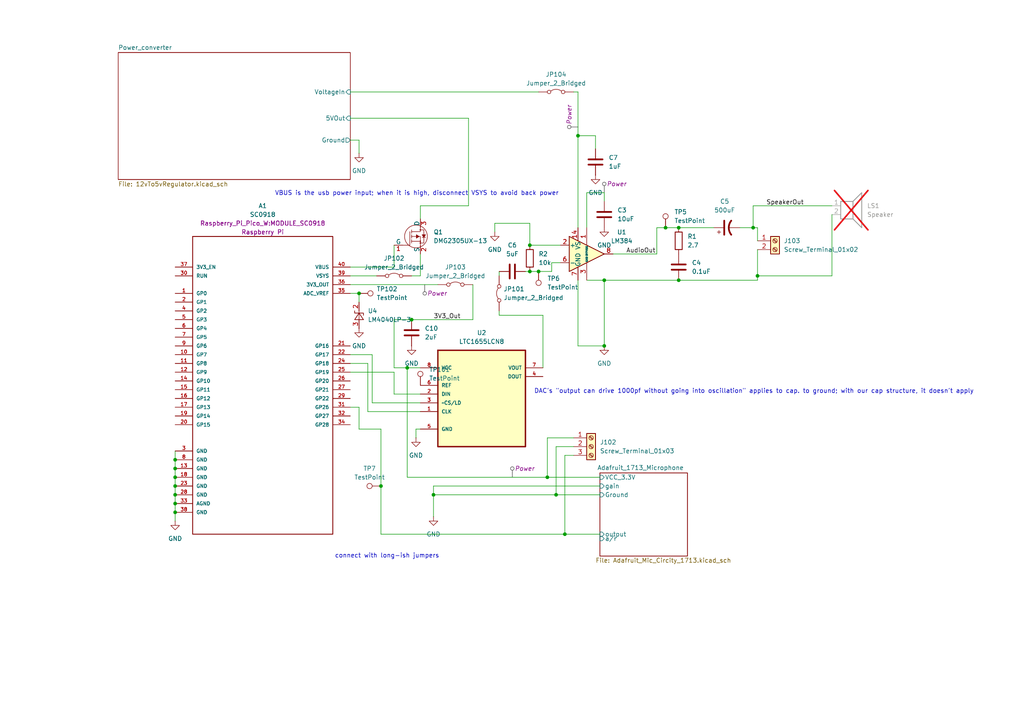
<source format=kicad_sch>
(kicad_sch (version 20231120) (generator "eeschema") (generator_version "8.0")
  (paper "A4")
  (lib_symbols
    (symbol "Amplifier_Audio:LM384" (pin_names (offset 0.127))
      (property "Reference" "U" (at 5.08 6.35 0))
      (property "Value" "LM384" (at 5.08 3.81 0))
      (symbol "LM384_0_1"
        (polyline (pts (xy -5.08 5.08) (xy 5.08 0) (xy -5.08 -5.08) (xy -5.08 5.08)) (stroke (width 0.254)) (fill (type background)))
      )
      (symbol "LM384_1_1"
        (pin passive line (at 0 7.62 270) (length 5.08) (name "BYPASS") (number "1"))
        (pin passive line (at 0 -7.62 90) (length 5.08) hide (name "GND") (number "10"))
        (pin passive line (at 0 -7.62 90) (length 5.08) hide (name "GND") (number "11"))
        (pin passive line (at 0 -7.62 90) (length 5.08) hide (name "GND") (number "12"))
        (pin no_connect line (at 0 2.54 270) (length 2.54) hide (name "NC") (number "13"))
        (pin power_in line (at -2.54 7.62 270) (length 3.81) (name "VS") (number "14"))
        (pin input line (at -7.62 2.54 0) (length 2.54) (name "+") (number "2"))
        (pin power_in line (at 0 -7.62 90) (length 5.08) (name "GND") (number "3"))
        (pin passive line (at 0 -7.62 90) (length 5.08) hide (name "GND") (number "4"))
        (pin passive line (at 0 -7.62 90) (length 5.08) hide (name "GND") (number "5"))
        (pin input line (at -7.62 -2.54 0) (length 2.54) (name "-") (number "6"))
        (pin power_in line (at -2.54 -7.62 90) (length 3.81) (name "GND") (number "7"))
        (pin output line (at 7.62 0 180) (length 2.54) (name "~") (number "8"))
        (pin no_connect line (at -2.54 2.54 270) (length 2.54) hide (name "NC") (number "9"))
      )
    )
    (symbol "Connector:Screw_Terminal_01x02" (pin_names (offset 1.016) hide)
      (property "Reference" "J" (at 0 2.54 0))
      (property "Value" "Screw_Terminal_01x02" (at 0 -5.08 0))
      (symbol "Screw_Terminal_01x02_1_1"
        (rectangle (start -1.27 1.27) (end 1.27 -3.81) (stroke (width 0.254)) (fill (type background)))
        (circle (center 0 -2.54) (radius 0.635) (stroke (width 0.1524)))
        (polyline (pts (xy -0.5334 -2.2098) (xy 0.3302 -3.048)) (stroke (width 0.1524)))
        (polyline (pts (xy -0.5334 0.3302) (xy 0.3302 -0.508)) (stroke (width 0.1524)))
        (polyline (pts (xy -0.3556 -2.032) (xy 0.508 -2.8702)) (stroke (width 0.1524)))
        (polyline (pts (xy -0.3556 0.508) (xy 0.508 -0.3302)) (stroke (width 0.1524)))
        (circle (center 0 0) (radius 0.635) (stroke (width 0.1524)))
        (pin passive line (at -5.08 0 0) (length 3.81) (name "Pin_1") (number "1"))
        (pin passive line (at -5.08 -2.54 0) (length 3.81) (name "Pin_2") (number "2"))
      )
    )
    (symbol "Connector:Screw_Terminal_01x03" (pin_names (offset 1.016) hide)
      (property "Reference" "J" (at 0 5.08 0))
      (property "Value" "Screw_Terminal_01x03" (at 0 -5.08 0))
      (symbol "Screw_Terminal_01x03_1_1"
        (rectangle (start -1.27 3.81) (end 1.27 -3.81) (stroke (width 0.254)) (fill (type background)))
        (circle (center 0 -2.54) (radius 0.635) (stroke (width 0.1524)))
        (polyline (pts (xy -0.5334 -2.2098) (xy 0.3302 -3.048)) (stroke (width 0.1524)))
        (polyline (pts (xy -0.5334 0.3302) (xy 0.3302 -0.508)) (stroke (width 0.1524)))
        (polyline (pts (xy -0.5334 2.8702) (xy 0.3302 2.032)) (stroke (width 0.1524)))
        (polyline (pts (xy -0.3556 -2.032) (xy 0.508 -2.8702)) (stroke (width 0.1524)))
        (polyline (pts (xy -0.3556 0.508) (xy 0.508 -0.3302)) (stroke (width 0.1524)))
        (polyline (pts (xy -0.3556 3.048) (xy 0.508 2.2098)) (stroke (width 0.1524)))
        (circle (center 0 0) (radius 0.635) (stroke (width 0.1524)))
        (circle (center 0 2.54) (radius 0.635) (stroke (width 0.1524)))
        (pin passive line (at -5.08 2.54 0) (length 3.81) (name "Pin_1") (number "1"))
        (pin passive line (at -5.08 0 0) (length 3.81) (name "Pin_2") (number "2"))
        (pin passive line (at -5.08 -2.54 0) (length 3.81) (name "Pin_3") (number "3"))
      )
    )
    (symbol "Connector:TestPoint" (pin_numbers hide) (pin_names (offset 0.762) hide)
      (property "Reference" "TP" (at 0 6.858 0))
      (property "Value" "TestPoint" (at 0 5.08 0))
      (symbol "TestPoint_0_1"
        (circle (center 0 3.302) (radius 0.762))
      )
      (symbol "TestPoint_1_1"
        (pin passive line (at 0 0 90) (length 2.54) (name "1") (number "1"))
      )
    )
    (symbol "Device:C" (pin_numbers hide) (pin_names (offset 0.254))
      (property "Reference" "C" (at 0.635 2.54 0))
      (property "Value" "C" (at 0.635 -2.54 0))
      (symbol "C_0_1"
        (polyline (pts (xy -2.032 -0.762) (xy 2.032 -0.762)) (stroke (width 0.508)))
        (polyline (pts (xy -2.032 0.762) (xy 2.032 0.762)) (stroke (width 0.508)))
      )
      (symbol "C_1_1"
        (pin passive line (at 0 3.81 270) (length 2.794) (name "~") (number "1"))
        (pin passive line (at 0 -3.81 90) (length 2.794) (name "~") (number "2"))
      )
    )
    (symbol "Device:C_Polarized_US" (pin_numbers hide) (pin_names (offset 0.254) hide)
      (property "Reference" "C" (at 0.635 2.54 0))
      (property "Value" "C_Polarized_US" (at 0.635 -2.54 0))
      (symbol "C_Polarized_US_0_1"
        (polyline (pts (xy -2.032 0.762) (xy 2.032 0.762)) (stroke (width 0.508)))
        (polyline (pts (xy -1.778 2.286) (xy -0.762 2.286)))
        (polyline (pts (xy -1.27 1.778) (xy -1.27 2.794)))
        (arc (start 2.032 -1.27) (mid 0 -0.5572) (end -2.032 -1.27) (stroke (width 0.508)))
      )
      (symbol "C_Polarized_US_1_1"
        (pin passive line (at 0 3.81 270) (length 2.794) (name "~") (number "1"))
        (pin passive line (at 0 -3.81 90) (length 3.302) (name "~") (number "2"))
      )
    )
    (symbol "Device:R" (pin_numbers hide) (pin_names (offset 0))
      (property "Reference" "R" (at 2.032 0 90))
      (property "Value" "R" (at 0 0 90))
      (symbol "R_0_1"
        (rectangle (start -1.016 -2.54) (end 1.016 2.54) (stroke (width 0.254)))
      )
      (symbol "R_1_1"
        (pin passive line (at 0 3.81 270) (length 1.27) (name "~") (number "1"))
        (pin passive line (at 0 -3.81 90) (length 1.27) (name "~") (number "2"))
      )
    )
    (symbol "Device:Speaker" (pin_names (offset 0) hide)
      (property "Reference" "LS" (at 1.27 5.715 0))
      (property "Value" "Speaker" (at 1.27 3.81 0))
      (symbol "Speaker_0_0"
        (rectangle (start -2.54 1.27) (end 1.016 -3.81) (stroke (width 0.254)))
        (polyline (pts (xy 1.016 1.27) (xy 3.556 3.81) (xy 3.556 -6.35) (xy 1.016 -3.81)) (stroke (width 0.254)))
      )
      (symbol "Speaker_1_1"
        (pin input line (at -5.08 0 0) (length 2.54) (name "1") (number "1"))
        (pin input line (at -5.08 -2.54 0) (length 2.54) (name "2") (number "2"))
      )
    )
    (symbol "Jumper:Jumper_2_Bridged" (pin_numbers hide) (pin_names (offset 0) hide) (exclude_from_sim yes)
      (property "Reference" "JP" (at 0 1.905 0))
      (property "Value" "Jumper_2_Bridged" (at 0 -2.54 0))
      (symbol "Jumper_2_Bridged_0_0"
        (circle (center -2.032 0) (radius 0.508))
        (circle (center 2.032 0) (radius 0.508))
      )
      (symbol "Jumper_2_Bridged_0_1"
        (arc (start 1.524 0.254) (mid 0 0.762) (end -1.524 0.254))
      )
      (symbol "Jumper_2_Bridged_1_1"
        (pin passive line (at -5.08 0 0) (length 2.54) (name "A") (number "1"))
        (pin passive line (at 5.08 0 180) (length 2.54) (name "B") (number "2"))
      )
    )
    (symbol "LTC1655CS8_TRPBF:LTC1655CS8_TRPBF" (pin_names (offset 1.016))
      (property "Reference" "U" (at -4.5301 13.1067 0))
      (property "Value" "LTC1655CS8_TRPBF" (at -5.4632 -22.2849 0))
      (symbol "LTC1655CS8_TRPBF_0_0"
        (rectangle (start -12.7 -17.78) (end 12.7 10.16) (stroke (width 0.4064)) (fill (type background)))
        (pin input line (at -17.78 -7.62 0) (length 5.08) (name "CLK") (number "1"))
        (pin input line (at -17.78 -2.54 0) (length 5.08) (name "DIN") (number "2"))
        (pin input line (at -17.78 -5.08 0) (length 5.08) (name "~CS/LD") (number "3"))
        (pin output line (at 17.78 2.54 180) (length 5.08) (name "DOUT") (number "4"))
        (pin passive line (at -17.78 -12.7 0) (length 5.08) (name "GND") (number "5"))
        (pin input line (at -17.78 0 0) (length 5.08) (name "REF") (number "6"))
        (pin output line (at 17.78 5.08 180) (length 5.08) (name "VOUT") (number "7"))
        (pin power_in line (at -17.78 5.08 0) (length 5.08) (name "VCC") (number "8"))
      )
    )
    (symbol "Reference_Voltage:LM4040LP-3" (pin_names (offset 0.0254) hide)
      (property "Reference" "U" (at 0 2.54 0))
      (property "Value" "LM4040LP-3" (at 0 -3.175 0))
      (symbol "LM4040LP-3_0_1"
        (polyline (pts (xy -1.27 0) (xy 0 0) (xy 1.27 0)))
        (polyline (pts (xy -1.27 -1.27) (xy 0.635 0) (xy -1.27 1.27) (xy -1.27 -1.27)) (stroke (width 0.2032)))
        (polyline (pts (xy 0 -1.27) (xy 0.635 -1.27) (xy 0.635 1.27) (xy 1.27 1.27)) (stroke (width 0.2032)))
      )
      (symbol "LM4040LP-3_1_1"
        (pin no_connect line (at -1.27 0 0) (length 2.54) hide (name "NC") (number "1"))
        (pin passive line (at 3.81 0 180) (length 2.54) (name "K") (number "2"))
        (pin passive line (at -3.81 0 0) (length 2.54) (name "A") (number "3"))
      )
    )
    (symbol "power:GND" (power) (pin_numbers hide) (pin_names (offset 0) hide)
      (property "Value" "GND" (at 0 -3.81 0))
      (symbol "GND_0_1"
        (polyline (pts (xy 0 0) (xy 0 -1.27) (xy 1.27 -1.27) (xy 0 -2.54) (xy -1.27 -1.27) (xy 0 -1.27)))
      )
      (symbol "GND_1_1"
        (pin power_in line (at 0 0 270) (length 0) (name "~") (number "1"))
      )
    )
    (symbol "raspberry_pi_pico_w:DMG2305UX-13" (pin_names (offset 0))
      (property "Reference" "Q1" (at -11.43 6.35 90))
      (property "Value" "DMG2305UX-13" (at -8.89 6.35 90))
      (symbol "DMG2305UX-13_0_1"
        (circle (center -1.27 0) (radius 3.302))
        (circle (center 0 -1.905) (radius 0.127))
        (circle (center 0 -1.397) (radius 0.127))
        (polyline (pts (xy 0 -1.397) (xy -2.54 -1.397)))
        (polyline (pts (xy -5.08 -2.54) (xy -3.048 -2.54) (xy -3.048 1.397)))
        (polyline (pts (xy 0 -2.54) (xy 0 0) (xy -2.54 0)))
        (polyline (pts (xy 0 2.54) (xy 0 1.397) (xy -2.54 1.397)))
        (polyline (pts (xy -0.127 -1.905) (xy 1.016 -1.905) (xy 1.016 1.397) (xy 1.016 1.905) (xy -0.127 1.905)))
        (circle (center 0 1.905) (radius 0.127))
      )
      (symbol "DMG2305UX-13_1_1"
        (polyline (pts (xy -2.54 -1.397) (xy -2.54 -1.905)))
        (polyline (pts (xy -2.54 -1.397) (xy -2.54 -0.889)))
        (polyline (pts (xy -2.54 0) (xy -2.54 -0.508)))
        (polyline (pts (xy -2.54 0) (xy -2.54 0.508)))
        (polyline (pts (xy -2.54 1.905) (xy -2.54 0.889)))
        (polyline (pts (xy 1.524 -0.254) (xy 0.508 -0.254)))
        (polyline (pts (xy -0.381 0) (xy -1.143 0.508) (xy -1.143 -0.508) (xy -0.381 0)) (fill (type outline)))
        (polyline (pts (xy 1.016 -0.254) (xy 1.524 0.508) (xy 0.508 0.508) (xy 1.016 -0.254)) (fill (type outline)))
        (pin bidirectional line (at -7.62 -2.54 0) (length 2.54) (name "G") (number "1"))
        (pin bidirectional line (at 0 -5.08 90) (length 2.54) (name "S") (number "2"))
        (pin bidirectional line (at 0 5.08 270) (length 2.54) (name "D") (number "3"))
      )
    )
    (symbol "raspberry_pi_pico_w:SC0918" (pin_names (offset 1.016))
      (property "Reference" "A1" (at 0 58.42 0))
      (property "Value" "SC0918" (at 0 55.88 0))
      (property "Footprint" "Raspberry Pi:MODULE_SC0918" (at -12.7 -46.99 0))
      (property "manufacturer" "Raspberry Pi" (at 0 53.34 0))
      (symbol "SC0918_0_0"
        (rectangle (start -20.32 -43.18) (end 20.32 43.18) (stroke (width 0.254)))
        (pin bidirectional line (at -25.4 26.67 0) (length 5.08) (name "GP0") (number "1"))
        (pin bidirectional line (at -25.4 8.89 0) (length 5.08) (name "GP7") (number "10"))
        (pin bidirectional line (at -25.4 6.35 0) (length 5.08) (name "GP8") (number "11"))
        (pin bidirectional line (at -25.4 3.81 0) (length 5.08) (name "GP9") (number "12"))
        (pin power_in line (at -25.4 -24.13 0) (length 5.08) (name "GND") (number "13"))
        (pin bidirectional line (at -25.4 1.27 0) (length 5.08) (name "GP10") (number "14"))
        (pin bidirectional line (at -25.4 -1.27 0) (length 5.08) (name "GP11") (number "15"))
        (pin bidirectional line (at -25.4 -3.81 0) (length 5.08) (name "GP12") (number "16"))
        (pin bidirectional line (at -25.4 -6.35 0) (length 5.08) (name "GP13") (number "17"))
        (pin power_in line (at -25.4 -26.67 0) (length 5.08) (name "GND") (number "18"))
        (pin bidirectional line (at -25.4 -8.89 0) (length 5.08) (name "GP14") (number "19"))
        (pin bidirectional line (at -25.4 24.13 0) (length 5.08) (name "GP1") (number "2"))
        (pin bidirectional line (at -25.4 -11.43 0) (length 5.08) (name "GP15") (number "20"))
        (pin bidirectional line (at 25.4 11.43 180) (length 5.08) (name "GP16") (number "21"))
        (pin bidirectional line (at 25.4 8.89 180) (length 5.08) (name "GP17") (number "22"))
        (pin power_in line (at -25.4 -29.21 0) (length 5.08) (name "GND") (number "23"))
        (pin bidirectional line (at 25.4 6.35 180) (length 5.08) (name "GP18") (number "24"))
        (pin bidirectional line (at 25.4 3.81 180) (length 5.08) (name "GP19") (number "25"))
        (pin bidirectional line (at 25.4 1.27 180) (length 5.08) (name "GP20") (number "26"))
        (pin bidirectional line (at 25.4 -1.27 180) (length 5.08) (name "GP21") (number "27"))
        (pin power_in line (at -25.4 -31.75 0) (length 5.08) (name "GND") (number "28"))
        (pin bidirectional line (at 25.4 -3.81 180) (length 5.08) (name "GP22") (number "29"))
        (pin power_in line (at -25.4 -19.05 0) (length 5.08) (name "GND") (number "3"))
        (pin input line (at -25.4 31.75 0) (length 5.08) (name "RUN") (number "30"))
        (pin bidirectional line (at 25.4 -6.35 180) (length 5.08) (name "GP26") (number "31"))
        (pin bidirectional line (at 25.4 -8.89 180) (length 5.08) (name "GP27") (number "32"))
        (pin power_in line (at -25.4 -34.29 0) (length 5.08) (name "AGND") (number "33"))
        (pin bidirectional line (at 25.4 -11.43 180) (length 5.08) (name "GP28") (number "34"))
        (pin power_in line (at 25.4 26.67 180) (length 5.08) (name "ADC_VREF") (number "35"))
        (pin power_in line (at 25.4 29.21 180) (length 5.08) (name "3V3_OUT") (number "36"))
        (pin input line (at -25.4 34.29 0) (length 5.08) (name "3V3_EN") (number "37"))
        (pin power_in line (at -25.4 -36.83 0) (length 5.08) (name "GND") (number "38"))
        (pin free line (at 25.4 31.75 180) (length 5.08) (name "VSYS") (number "39"))
        (pin bidirectional line (at -25.4 21.59 0) (length 5.08) (name "GP2") (number "4"))
        (pin free line (at 25.4 34.29 180) (length 5.08) (name "VBUS") (number "40"))
        (pin bidirectional line (at -25.4 19.05 0) (length 5.08) (name "GP3") (number "5"))
        (pin bidirectional line (at -25.4 16.51 0) (length 5.08) (name "GP4") (number "6"))
        (pin bidirectional line (at -25.4 13.97 0) (length 5.08) (name "GP5") (number "7"))
        (pin power_in line (at -25.4 -21.59 0) (length 5.08) (name "GND") (number "8"))
        (pin bidirectional line (at -25.4 11.43 0) (length 5.08) (name "GP6") (number "9"))
      )
    )
  )
  (junction (at 110.49 140.97))
  (junction (at 196.85 66.04))
  (junction (at 50.8 135.89))
  (junction (at 156.21 78.74))
  (junction (at 50.8 143.51))
  (junction (at 161.29 143.51))
  (junction (at 104.14 85.09))
  (junction (at 163.83 154.94))
  (junction (at 50.8 146.05))
  (junction (at 167.64 39.37))
  (junction (at 118.11 106.68))
  (junction (at 175.26 81.28))
  (junction (at 125.73 143.51))
  (junction (at 193.04 66.04))
  (junction (at 218.44 66.04))
  (junction (at 175.26 100.33))
  (junction (at 153.67 71.12))
  (junction (at 50.8 138.43))
  (junction (at 50.8 133.35))
  (junction (at 153.67 78.74))
  (junction (at 196.85 81.28))
  (junction (at 119.38 92.71))
  (junction (at 50.8 148.59))
  (junction (at 158.75 138.43))
  (junction (at 219.71 80.01))
  (junction (at 50.8 140.97))
  (wire (pts (xy 143.51 64.77) (xy 143.51 67.31)))
  (wire (pts (xy 218.44 66.04) (xy 219.71 66.04)))
  (wire (pts (xy 125.73 143.51) (xy 161.29 143.51)))
  (wire (pts (xy 121.92 124.46) (xy 120.65 124.46)))
  (wire (pts (xy 107.95 116.84) (xy 121.92 116.84)))
  (wire (pts (xy 190.5 73.66) (xy 190.5 66.04)))
  (wire (pts (xy 104.14 85.09) (xy 101.6 85.09)))
  (wire (pts (xy 162.56 76.2) (xy 160.02 76.2)))
  (wire (pts (xy 121.92 59.69) (xy 121.92 63.5)))
  (wire (pts (xy 160.02 76.2) (xy 160.02 78.74)))
  (wire (pts (xy 135.89 34.29) (xy 135.89 59.69)))
  (wire (pts (xy 104.14 118.11) (xy 101.6 118.11)))
  (wire (pts (xy 101.6 105.41) (xy 106.68 105.41)))
  (wire (pts (xy 137.16 82.55) (xy 137.16 92.71)))
  (wire (pts (xy 153.67 78.74) (xy 156.21 78.74)))
  (wire (pts (xy 170.18 81.28) (xy 175.26 81.28)))
  (wire (pts (xy 114.3 92.71) (xy 114.3 106.68)))
  (wire (pts (xy 118.11 106.68) (xy 118.11 138.43)))
  (wire (pts (xy 50.8 135.89) (xy 50.8 138.43)))
  (wire (pts (xy 110.49 124.46) (xy 104.14 124.46)))
  (wire (pts (xy 109.22 80.01) (xy 101.6 80.01)))
  (wire (pts (xy 167.64 39.37) (xy 172.72 39.37)))
  (wire (pts (xy 161.29 143.51) (xy 173.99 143.51)))
  (wire (pts (xy 114.3 107.95) (xy 114.3 114.3)))
  (wire (pts (xy 166.37 129.54) (xy 161.29 129.54)))
  (wire (pts (xy 144.78 90.17) (xy 144.78 91.44)))
  (wire (pts (xy 50.8 130.81) (xy 50.8 133.35)))
  (wire (pts (xy 193.04 66.04) (xy 196.85 66.04)))
  (wire (pts (xy 166.37 26.67) (xy 167.64 26.67)))
  (wire (pts (xy 177.8 73.66) (xy 190.5 73.66)))
  (wire (pts (xy 163.83 132.08) (xy 163.83 154.94)))
  (wire (pts (xy 110.49 140.97) (xy 110.49 124.46)))
  (wire (pts (xy 219.71 66.04) (xy 219.71 69.85)))
  (wire (pts (xy 214.63 66.04) (xy 218.44 66.04)))
  (wire (pts (xy 167.64 39.37) (xy 167.64 66.04)))
  (wire (pts (xy 50.8 138.43) (xy 50.8 140.97)))
  (wire (pts (xy 153.67 71.12) (xy 162.56 71.12)))
  (wire (pts (xy 158.75 138.43) (xy 173.99 138.43)))
  (wire (pts (xy 110.49 154.94) (xy 110.49 140.97)))
  (wire (pts (xy 218.44 59.69) (xy 218.44 66.04)))
  (wire (pts (xy 50.8 148.59) (xy 50.8 151.13)))
  (wire (pts (xy 101.6 77.47) (xy 114.3 77.47)))
  (wire (pts (xy 110.49 154.94) (xy 163.83 154.94)))
  (wire (pts (xy 153.67 78.74) (xy 152.4 78.74)))
  (wire (pts (xy 104.14 87.63) (xy 104.14 85.09)))
  (wire (pts (xy 170.18 55.88) (xy 175.26 55.88)))
  (wire (pts (xy 137.16 92.71) (xy 119.38 92.71)))
  (wire (pts (xy 196.85 66.04) (xy 207.01 66.04)))
  (wire (pts (xy 241.3 59.69) (xy 218.44 59.69)))
  (wire (pts (xy 50.8 146.05) (xy 50.8 148.59)))
  (wire (pts (xy 166.37 127) (xy 158.75 127)))
  (wire (pts (xy 190.5 66.04) (xy 193.04 66.04)))
  (wire (pts (xy 163.83 154.94) (xy 173.99 154.94)))
  (wire (pts (xy 143.51 64.77) (xy 153.67 64.77)))
  (wire (pts (xy 118.11 138.43) (xy 158.75 138.43)))
  (wire (pts (xy 170.18 66.04) (xy 170.18 55.88)))
  (wire (pts (xy 161.29 129.54) (xy 161.29 143.51)))
  (wire (pts (xy 114.3 77.47) (xy 114.3 71.12)))
  (wire (pts (xy 144.78 91.44) (xy 157.48 91.44)))
  (wire (pts (xy 121.92 73.66) (xy 121.92 80.01)))
  (wire (pts (xy 167.64 26.67) (xy 167.64 39.37)))
  (wire (pts (xy 158.75 127) (xy 158.75 138.43)))
  (wire (pts (xy 114.3 92.71) (xy 119.38 92.71)))
  (wire (pts (xy 241.3 62.23) (xy 241.3 80.01)))
  (wire (pts (xy 125.73 140.97) (xy 125.73 143.51)))
  (wire (pts (xy 118.11 106.68) (xy 121.92 106.68)))
  (wire (pts (xy 101.6 82.55) (xy 127 82.55)))
  (wire (pts (xy 166.37 132.08) (xy 163.83 132.08)))
  (wire (pts (xy 50.8 133.35) (xy 50.8 135.89)))
  (wire (pts (xy 219.71 72.39) (xy 219.71 80.01)))
  (wire (pts (xy 101.6 102.87) (xy 107.95 102.87)))
  (wire (pts (xy 107.95 102.87) (xy 107.95 116.84)))
  (wire (pts (xy 172.72 43.18) (xy 172.72 39.37)))
  (wire (pts (xy 101.6 107.95) (xy 114.3 107.95)))
  (wire (pts (xy 144.78 78.74) (xy 144.78 80.01)))
  (wire (pts (xy 114.3 114.3) (xy 121.92 114.3)))
  (wire (pts (xy 104.14 40.64) (xy 101.6 40.64)))
  (wire (pts (xy 219.71 81.28) (xy 196.85 81.28)))
  (wire (pts (xy 167.64 81.28) (xy 167.64 100.33)))
  (wire (pts (xy 175.26 55.88) (xy 175.26 58.42)))
  (wire (pts (xy 156.21 78.74) (xy 160.02 78.74)))
  (wire (pts (xy 101.6 34.29) (xy 135.89 34.29)))
  (wire (pts (xy 175.26 81.28) (xy 196.85 81.28)))
  (wire (pts (xy 157.48 91.44) (xy 157.48 106.68)))
  (wire (pts (xy 50.8 140.97) (xy 50.8 143.51)))
  (wire (pts (xy 114.3 106.68) (xy 118.11 106.68)))
  (wire (pts (xy 121.92 119.38) (xy 106.68 119.38)))
  (wire (pts (xy 106.68 119.38) (xy 106.68 105.41)))
  (wire (pts (xy 241.3 80.01) (xy 219.71 80.01)))
  (wire (pts (xy 135.89 59.69) (xy 121.92 59.69)))
  (wire (pts (xy 101.6 26.67) (xy 156.21 26.67)))
  (wire (pts (xy 153.67 64.77) (xy 153.67 71.12)))
  (wire (pts (xy 50.8 143.51) (xy 50.8 146.05)))
  (wire (pts (xy 173.99 140.97) (xy 125.73 140.97)))
  (wire (pts (xy 104.14 40.64) (xy 104.14 44.45)))
  (wire (pts (xy 167.64 100.33) (xy 175.26 100.33)))
  (wire (pts (xy 175.26 81.28) (xy 175.26 100.33)))
  (wire (pts (xy 104.14 118.11) (xy 104.14 124.46)))
  (wire (pts (xy 125.73 143.51) (xy 125.73 149.86)))
  (wire (pts (xy 121.92 80.01) (xy 119.38 80.01)))
  (wire (pts (xy 219.71 80.01) (xy 219.71 81.28)))
  (wire (pts (xy 120.65 124.46) (xy 120.65 127)))
  (text "DAC's \"output can drive 1000pf without going into oscillation\" applies to cap. to ground; with our cap structure, it doesn't apply" (at 218.694 113.538 0) (effects (font (size 1.27 1.27))))
  (text "connect with long-ish jumpers" (at 112.268 161.29 0) (effects (font (size 1.27 1.27))))
  (text "VBUS is the usb power input; when it is high, disconnect VSYS to avoid back power" (at 120.904 56.134 0) (effects (font (size 1.27 1.27))))
  (label "SpeakerOut" (at 222.25 59.69 0))
  (label "AudioOut" (at 181.61 73.66 0))
  (label "3V3_Out" (at 125.73 92.71 0))
  (netclass_flag "" (length 2.54) (shape round) (at 175.26 55.88 0) (property "Netclass" "Power" (at 175.9585 53.34 0) (effects (font (italic yes)) (justify left))))
  (netclass_flag "" (length 2.54) (shape round) (at 148.59 138.43 0) (property "Netclass" "Power" (at 149.2885 135.89 0) (effects (font (italic yes)) (justify left))))
  (netclass_flag "" (length 2.54) (shape round) (at 167.64 36.83 90) (property "Netclass" "Power" (at 165.1 36.1315 90) (effects (font (italic yes)) (justify left))))
  (netclass_flag "" (length 2.54) (shape round) (at 123.19 82.55 180) (property "Netclass" "Power" (at 123.8885 85.09 0) (effects (font (italic yes)) (justify left))))
  (symbol (lib_id "LTC1655CS8_TRPBF:LTC1655CS8_TRPBF") (at 139.7 111.76 0) (unit 1)
    (property "Reference" "U2" (at 139.7 96.52 0))
    (property "Value" "LTC1655LCN8" (at 139.7 99.06 0))
    (property "Footprint" "Package_DIP:DIP-8_W7.62mm" (effects (hide yes)))
  )
  (symbol (lib_id "Connector:TestPoint") (at 121.92 111.76 0) (unit 1)
    (property "Reference" "TP101" (at 124.46 107.1879 0) (effects (justify left)))
    (property "Value" "TestPoint" (at 124.46 109.7279 0) (effects (justify left)))
    (property "Footprint" "TestPoint:TestPoint_THTPad_D2.5mm_Drill1.2mm" (effects (hide yes)))
    (property "Description" "test point" (effects (hide yes)))
  )
  (symbol (lib_id "power:GND") (at 125.73 149.86 0) (unit 1)
    (property "Reference" "#PWR09" (effects (hide yes)))
    (property "Value" "GND" (at 125.73 154.94 0))
    (property "Description" "Power symbol creates a global label with name \"GND\" , ground" (effects (hide yes)))
  )
  (symbol (lib_id "Amplifier_Audio:LM384") (at 170.18 73.66 0) (unit 1)
    (property "Reference" "U1" (at 180.34 67.3414 0))
    (property "Value" "LM384" (at 180.34 69.8814 0))
    (property "Footprint" "Package_DIP:DIP-14_W7.62mm_Socket" (effects (hide yes)))
    (property "Datasheet" "http://www.ti.com/lit/ds/symlink/lm384.pdf" (effects (hide yes)))
    (property "Description" "5W Audio Power Amplifier, PDIP-14" (effects (hide yes)))
  )
  (symbol (lib_id "power:GND") (at 50.8 151.13 0) (unit 1)
    (property "Reference" "#PWR0101" (effects (hide yes)))
    (property "Value" "GND" (at 50.8 156.21 0))
    (property "Description" "Power symbol creates a global label with name \"GND\" , ground" (effects (hide yes)))
  )
  (symbol (lib_id "power:GND") (at 119.38 100.33 0) (unit 1)
    (property "Reference" "#PWR010" (effects (hide yes)))
    (property "Value" "GND" (at 119.38 105.41 0))
    (property "Description" "Power symbol creates a global label with name \"GND\" , ground" (effects (hide yes)))
  )
  (symbol (lib_id "Connector:TestPoint") (at 104.14 85.09 270) (unit 1)
    (property "Reference" "TP102" (at 109.22 83.8199 90) (effects (justify left)))
    (property "Value" "TestPoint" (at 109.22 86.3599 90) (effects (justify left)))
    (property "Footprint" "TestPoint:TestPoint_THTPad_D2.5mm_Drill1.2mm" (effects (hide yes)))
    (property "Description" "test point" (effects (hide yes)))
  )
  (symbol (lib_id "Connector:TestPoint") (at 193.04 66.04 0) (unit 1)
    (property "Reference" "TP5" (at 195.58 61.4679 0) (effects (justify left)))
    (property "Value" "TestPoint" (at 195.58 64.0079 0) (effects (justify left)))
    (property "Footprint" "TestPoint:TestPoint_THTPad_D2.5mm_Drill1.2mm" (effects (hide yes)))
    (property "Description" "test point" (effects (hide yes)))
  )
  (symbol (lib_id "Device:C_Polarized_US") (at 210.82 66.04 90) (unit 1)
    (property "Reference" "C5" (at 210.185 58.42 90))
    (property "Value" "500uF" (at 210.185 60.96 90))
    (property "Footprint" "Capacitor_THT:CP_Radial_D12.5mm_P5.00mm" (effects (hide yes)))
    (property "Description" "Polarized capacitor, US symbol" (effects (hide yes)))
  )
  (symbol (lib_id "Device:C") (at 172.72 46.99 0) (unit 1)
    (property "Reference" "C7" (at 176.53 45.7199 0) (effects (justify left)))
    (property "Value" "1uF" (at 176.53 48.2599 0) (effects (justify left)))
    (property "Footprint" "Capacitor_THT:C_Disc_D7.5mm_W4.4mm_P5.00mm" (effects (hide yes)))
    (property "Description" "Unpolarized capacitor" (effects (hide yes)))
  )
  (symbol (lib_id "Reference_Voltage:LM4040LP-3") (at 104.14 91.44 90) (unit 1)
    (property "Reference" "U4" (at 106.68 90.1699 90) (effects (justify right)))
    (property "Value" "LM4040LP-3" (at 106.68 92.7099 90) (effects (justify right)))
    (property "Footprint" "Package_TO_SOT_THT:TO-92_Inline" (effects (hide yes)))
    (property "Datasheet" "http://www.ti.com/lit/ds/symlink/lm4040-n.pdf" (effects (hide yes)))
    (property "Description" "3.000V Precision Micropower Shunt Voltage Reference, TO-92" (effects (hide yes)))
  )
  (symbol (lib_id "power:GND") (at 104.14 44.45 0) (unit 1)
    (property "Reference" "#PWR02" (effects (hide yes)))
    (property "Value" "GND" (at 104.14 49.53 0))
    (property "Description" "Power symbol creates a global label with name \"GND\" , ground" (effects (hide yes)))
  )
  (symbol (lib_id "Connector:TestPoint") (at 156.21 78.74 180) (unit 1)
    (property "Reference" "TP6" (at 158.75 80.7719 0) (effects (justify right)))
    (property "Value" "TestPoint" (at 158.75 83.3119 0) (effects (justify right)))
    (property "Footprint" "TestPoint:TestPoint_THTPad_D2.5mm_Drill1.2mm" (effects (hide yes)))
    (property "Description" "test point" (effects (hide yes)))
  )
  (symbol (lib_id "power:GND") (at 172.72 50.8 0) (unit 1)
    (property "Reference" "#PWR07" (effects (hide yes)))
    (property "Value" "GND" (at 172.72 55.88 0))
    (property "Description" "Power symbol creates a global label with name \"GND\" , ground" (effects (hide yes)))
  )
  (symbol (lib_id "Connector:Screw_Terminal_01x03") (at 171.45 129.54 0) (unit 1)
    (property "Reference" "J102" (at 173.99 128.2699 0) (effects (justify left)))
    (property "Value" "Screw_Terminal_01x03" (at 173.99 130.8099 0) (effects (justify left)))
    (property "Footprint" "TerminalBlock_Phoenix:TerminalBlock_Phoenix_PT-1,5-3-3.5-H_1x03_P3.50mm_Horizontal" (effects (hide yes)))
    (property "Description" "Generic screw terminal, single row, 01x03, script generated (kicad-library-utils/schlib/autogen/connector/)" (effects (hide yes)))
  )
  (symbol (lib_id "Device:C") (at 175.26 62.23 0) (unit 1)
    (property "Reference" "C3" (at 179.07 60.9599 0) (effects (justify left)))
    (property "Value" "10uF" (at 179.07 63.4999 0) (effects (justify left)))
    (property "Footprint" "Capacitor_THT:C_Disc_D7.5mm_W4.4mm_P5.00mm" (effects (hide yes)))
    (property "Description" "Unpolarized capacitor" (effects (hide yes)))
  )
  (symbol (lib_id "Device:R") (at 196.85 69.85 0) (unit 1)
    (property "Reference" "R1" (at 199.39 68.5799 0) (effects (justify left)))
    (property "Value" "2.7" (at 199.39 71.1199 0) (effects (justify left)))
    (property "Footprint" "Resistor_THT:R_Axial_DIN0207_L6.3mm_D2.5mm_P15.24mm_Horizontal" (effects (hide yes)))
    (property "Description" "Resistor" (effects (hide yes)))
  )
  (symbol (lib_id "Jumper:Jumper_2_Bridged") (at 132.08 82.55 0) (unit 1) (exclude_from_sim yes)
    (property "Reference" "JP103" (at 132.08 77.47 0))
    (property "Value" "Jumper_2_Bridged" (at 132.08 80.01 0))
    (property "Footprint" "TestPoint:TestPoint_2Pads_Pitch2.54mm_Drill0.8mm" (effects (hide yes)))
    (property "Description" "Jumper, 2-pole, closed/bridged" (effects (hide yes)))
  )
  (symbol (lib_id "raspberry_pi_pico_w:DMG2305UX-13") (at 121.92 68.58 0) (unit 1)
    (property "Reference" "Q1" (at 125.73 67.3099 0) (effects (justify left)))
    (property "Value" "DMG2305UX-13" (at 125.73 69.8499 0) (effects (justify left)))
    (property "Footprint" "Package_TO_SOT_SMD:SOT-23-3" (effects (hide yes)))
    (property "Datasheet" "https://www.diodes.com/assets/Datasheets/DMG2305UX.pdf" (effects (hide yes)))
    (property "Description" "MOSFET P-CH 20V 4.2A SOT23" (effects (hide yes)))
    (property "Digi-Key_PN" "DMG2305UX-13DICT-ND" (effects (hide yes)))
    (property "MPN" "DMG2305UX-13" (effects (hide yes)))
    (property "Category" "Discrete Semiconductor Products" (effects (hide yes)))
    (property "Family" "Transistors - FETs, MOSFETs - Single" (effects (hide yes)))
    (property "DK_Datasheet_Link" "https://www.diodes.com/assets/Datasheets/DMG2305UX.pdf" (effects (hide yes)))
    (property "DK_Detail_Page" "/product-detail/en/diodes-incorporated/DMG2305UX-13/DMG2305UX-13DICT-ND/4251589" (effects (hide yes)))
    (property "Description_1" "MOSFET P-CH 20V 4.2A SOT23" (effects (hide yes)))
    (property "Manufacturer" "Diodes Incorporated" (effects (hide yes)))
    (property "Status" "Active" (effects (hide yes)))
  )
  (symbol (lib_id "Jumper:Jumper_2_Bridged") (at 114.3 80.01 0) (unit 1) (exclude_from_sim yes)
    (property "Reference" "JP102" (at 114.3 74.93 0))
    (property "Value" "Jumper_2_Bridged" (at 114.3 77.47 0))
    (property "Footprint" "TestPoint:TestPoint_2Pads_Pitch2.54mm_Drill0.8mm" (effects (hide yes)))
    (property "Description" "Jumper, 2-pole, closed/bridged" (effects (hide yes)))
  )
  (symbol (lib_id "Device:Speaker") (at 246.38 59.69 0) (unit 1) (on_board no) (dnp yes)
    (property "Reference" "LS1" (at 251.46 59.6899 0) (effects (justify left)))
    (property "Value" "Speaker" (at 251.46 62.2299 0) (effects (justify left)))
    (property "Description" "Speaker" (effects (hide yes)))
  )
  (symbol (lib_id "Connector:Screw_Terminal_01x02") (at 224.79 69.85 0) (unit 1)
    (property "Reference" "J103" (at 227.33 69.8499 0) (effects (justify left)))
    (property "Value" "Screw_Terminal_01x02" (at 227.33 72.3899 0) (effects (justify left)))
    (property "Footprint" "TerminalBlock_Phoenix:TerminalBlock_Phoenix_PT-1,5-2-3.5-H_1x02_P3.50mm_Horizontal" (effects (hide yes)))
    (property "Description" "Generic screw terminal, single row, 01x02, script generated (kicad-library-utils/schlib/autogen/connector/)" (effects (hide yes)))
  )
  (symbol (lib_id "power:GND") (at 175.26 100.33 0) (unit 1)
    (property "Reference" "#PWR01" (effects (hide yes)))
    (property "Value" "GND" (at 175.26 105.41 0))
    (property "Description" "Power symbol creates a global label with name \"GND\" , ground" (effects (hide yes)))
  )
  (symbol (lib_id "power:GND") (at 120.65 127 0) (unit 1)
    (property "Reference" "#PWR06" (effects (hide yes)))
    (property "Value" "GND" (at 120.65 132.08 0))
    (property "Description" "Power symbol creates a global label with name \"GND\" , ground" (effects (hide yes)))
  )
  (symbol (lib_id "Connector:TestPoint") (at 110.49 140.97 90) (unit 1)
    (property "Reference" "TP7" (at 107.188 135.89 90))
    (property "Value" "TestPoint" (at 107.188 138.43 90))
    (property "Footprint" "TestPoint:TestPoint_THTPad_D2.5mm_Drill1.2mm" (effects (hide yes)))
    (property "Description" "test point" (effects (hide yes)))
  )
  (symbol (lib_id "Device:C") (at 148.59 78.74 90) (unit 1)
    (property "Reference" "C6" (at 148.59 71.12 90))
    (property "Value" "5uF" (at 148.59 73.66 90))
    (property "Footprint" "Capacitor_THT:C_Disc_D7.5mm_W4.4mm_P5.00mm" (effects (hide yes)))
    (property "Description" "Unpolarized capacitor" (effects (hide yes)))
  )
  (symbol (lib_id "Jumper:Jumper_2_Bridged") (at 144.78 85.09 90) (unit 1) (exclude_from_sim yes)
    (property "Reference" "JP101" (at 146.05 83.8199 90) (effects (justify right)))
    (property "Value" "Jumper_2_Bridged" (at 146.05 86.3599 90) (effects (justify right)))
    (property "Footprint" "TestPoint:TestPoint_2Pads_Pitch2.54mm_Drill0.8mm" (effects (hide yes)))
    (property "Description" "Jumper, 2-pole, closed/bridged" (effects (hide yes)))
  )
  (symbol (lib_id "Device:C") (at 196.85 77.47 0) (unit 1)
    (property "Reference" "C4" (at 200.66 76.1999 0) (effects (justify left)))
    (property "Value" "0.1uF" (at 200.66 78.7399 0) (effects (justify left)))
    (property "Footprint" "Capacitor_THT:C_Disc_D7.5mm_W4.4mm_P5.00mm" (effects (hide yes)))
    (property "Description" "Unpolarized capacitor" (effects (hide yes)))
  )
  (symbol (lib_id "Jumper:Jumper_2_Bridged") (at 161.29 26.67 0) (unit 1) (exclude_from_sim yes)
    (property "Reference" "JP104" (at 161.29 21.59 0))
    (property "Value" "Jumper_2_Bridged" (at 161.29 24.13 0))
    (property "Footprint" "TestPoint:TestPoint_2Pads_Pitch2.54mm_Drill0.8mm" (effects (hide yes)))
    (property "Description" "Jumper, 2-pole, closed/bridged" (effects (hide yes)))
  )
  (symbol (lib_id "raspberry_pi_pico_w:SC0918") (at 76.2 111.76 0) (unit 1)
    (property "Reference" "A1" (at 76.2 59.69 0))
    (property "Value" "SC0918" (at 76.2 62.23 0))
    (property "Footprint" "Raspberry_Pi_Pico_W:MODULE_SC0918" (at 76.2 64.77 0))
    (property "Datasheet" "https://datasheets.raspberrypi.com/picow/pico-w-datasheet.pdf" (effects (hide yes)))
    (property "manufacturer" "Raspberry Pi" (at 76.2 67.31 0))
    (property "P/N" "SC0918" (effects (hide yes)))
    (property "PARTREV" "1.6" (effects (hide yes)))
    (property "MAXIMUM_PACKAGE_HEIGHT" "3.73mm" (effects (hide yes)))
  )
  (symbol (lib_id "power:GND") (at 143.51 67.31 0) (unit 1)
    (property "Reference" "#PWR05" (effects (hide yes)))
    (property "Value" "GND" (at 143.51 72.39 0))
    (property "Description" "Power symbol creates a global label with name \"GND\" , ground" (effects (hide yes)))
  )
  (symbol (lib_id "Device:R") (at 153.67 74.93 180) (unit 1)
    (property "Reference" "R2" (at 156.21 73.6599 0) (effects (justify right)))
    (property "Value" "10k" (at 156.21 76.1999 0) (effects (justify right)))
    (property "Footprint" "Resistor_THT:R_Axial_DIN0207_L6.3mm_D2.5mm_P15.24mm_Horizontal" (effects (hide yes)))
    (property "Description" "Resistor" (effects (hide yes)))
  )
  (symbol (lib_id "power:GND") (at 104.14 95.25 0) (unit 1)
    (property "Reference" "#PWR08" (effects (hide yes)))
    (property "Value" "GND" (at 104.14 100.33 0))
    (property "Description" "Power symbol creates a global label with name \"GND\" , ground" (effects (hide yes)))
  )
  (symbol (lib_id "power:GND") (at 175.26 66.04 0) (unit 1)
    (property "Reference" "#PWR04" (effects (hide yes)))
    (property "Value" "GND" (at 175.26 71.12 0))
    (property "Description" "Power symbol creates a global label with name \"GND\" , ground" (effects (hide yes)))
  )
  (symbol (lib_id "Device:C") (at 119.38 96.52 0) (unit 1)
    (property "Reference" "C10" (at 123.19 95.2499 0) (effects (justify left)))
    (property "Value" "2uF" (at 123.19 97.7899 0) (effects (justify left)))
    (property "Footprint" "Capacitor_THT:C_Disc_D7.5mm_W4.4mm_P5.00mm" (effects (hide yes)))
    (property "Description" "Unpolarized capacitor" (effects (hide yes)))
  )
  (sheet (at 173.99 137.16) (size 25.4 24.13) (stroke (width 0.1524))
    (property "Sheetname" "Adafruit_1713_Microphone" (at 173.228 136.398 0) (effects (justify left bottom)))
    (property "Sheetfile" "Adafruit_Mic_Circity_1713.kicad_sch" (at 172.72 161.798 0) (effects (justify left top)))
    (pin "output" input (at 173.99 154.94 180))
    (pin "a{slash}r" input (at 173.99 156.21 180))
    (pin "gain" input (at 173.99 140.97 180))
    (pin "Ground" input (at 173.99 143.51 180))
    (pin "VCC_3.3V" input (at 173.99 138.43 180))
  )
  (sheet (at 34.29 15.24) (size 67.31 36.83) (stroke (width 0.1524))
    (property "Sheetname" "Power_converter" (at 34.29 14.5284 0) (effects (justify left bottom)))
    (property "Sheetfile" "12vTo5vRegulator.kicad_sch" (at 34.29 52.6546 0) (effects (justify left top)))
    (pin "5VOut" input (at 101.6 34.29 0))
    (pin "Ground" output (at 101.6 40.64 0))
    (pin "VoltageIn" input (at 101.6 26.67 0))
  )
)
</source>
